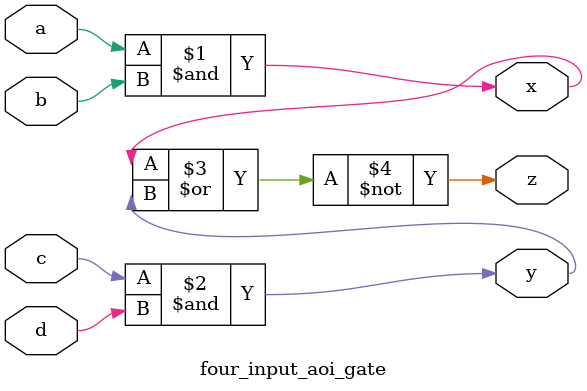
<source format=v>
`timescale 1ns / 1ps

/*
Company: Sogang University
Engineer: G_EEE3
Create Date: 2021/09/30 15:41:16
Module Name: four_input_aoi_gate
*/

module four_input_aoi_gate(
    input a, b, c, d,
    output x, y, z
);

assign x = a & b;
assign y = c & d;
assign z = ~(x | y);

endmodule
</source>
